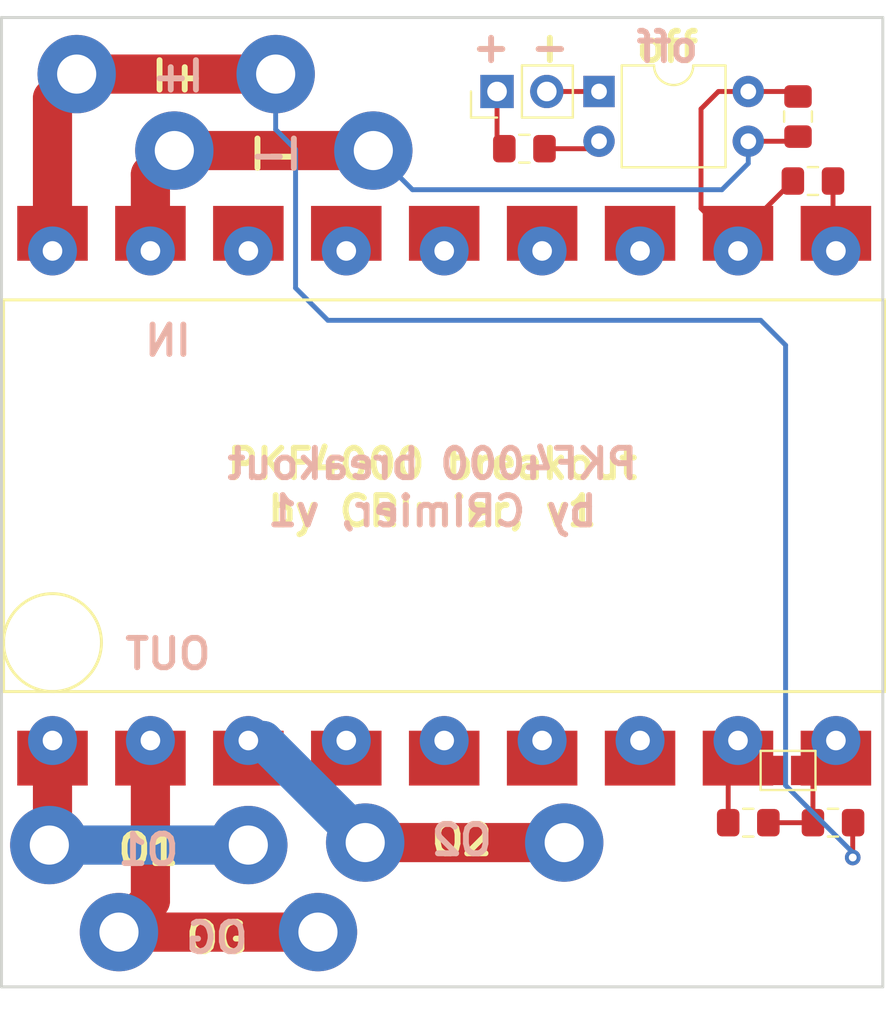
<source format=kicad_pcb>
(kicad_pcb (version 20171130) (host pcbnew 5.0.2-bee76a0~70~ubuntu18.04.1)

  (general
    (thickness 1.6)
    (drawings 22)
    (tracks 59)
    (zones 0)
    (modules 14)
    (nets 22)
  )

  (page A4)
  (layers
    (0 F.Cu signal)
    (31 B.Cu signal)
    (32 B.Adhes user)
    (33 F.Adhes user)
    (34 B.Paste user)
    (35 F.Paste user)
    (36 B.SilkS user)
    (37 F.SilkS user)
    (38 B.Mask user)
    (39 F.Mask user)
    (40 Dwgs.User user)
    (41 Cmts.User user)
    (42 Eco1.User user)
    (43 Eco2.User user)
    (44 Edge.Cuts user)
    (45 Margin user)
    (46 B.CrtYd user)
    (47 F.CrtYd user)
    (48 B.Fab user)
    (49 F.Fab user)
  )

  (setup
    (last_trace_width 2)
    (user_trace_width 1)
    (user_trace_width 1.5)
    (user_trace_width 2)
    (trace_clearance 0.2)
    (zone_clearance 0.508)
    (zone_45_only no)
    (trace_min 0.2)
    (segment_width 0.2)
    (edge_width 0.15)
    (via_size 0.8)
    (via_drill 0.4)
    (via_min_size 0.4)
    (via_min_drill 0.3)
    (uvia_size 0.3)
    (uvia_drill 0.1)
    (uvias_allowed no)
    (uvia_min_size 0.2)
    (uvia_min_drill 0.1)
    (pcb_text_width 0.3)
    (pcb_text_size 1.5 1.5)
    (mod_edge_width 0.15)
    (mod_text_size 1 1)
    (mod_text_width 0.15)
    (pad_size 1.524 1.524)
    (pad_drill 0.762)
    (pad_to_mask_clearance 0.051)
    (solder_mask_min_width 0.25)
    (aux_axis_origin 221.5 61.5)
    (visible_elements FFFFFF7F)
    (pcbplotparams
      (layerselection 0x010fc_ffffffff)
      (usegerberextensions false)
      (usegerberattributes false)
      (usegerberadvancedattributes false)
      (creategerberjobfile false)
      (excludeedgelayer true)
      (linewidth 0.100000)
      (plotframeref false)
      (viasonmask false)
      (mode 1)
      (useauxorigin false)
      (hpglpennumber 1)
      (hpglpenspeed 20)
      (hpglpendiameter 15.000000)
      (psnegative false)
      (psa4output false)
      (plotreference true)
      (plotvalue true)
      (plotinvisibletext false)
      (padsonsilk false)
      (subtractmaskfromsilk false)
      (outputformat 1)
      (mirror false)
      (drillshape 1)
      (scaleselection 1)
      (outputdirectory ""))
  )

  (net 0 "")
  (net 1 "Net-(J1-Pad1)")
  (net 2 "Net-(J2-Pad1)")
  (net 3 "Net-(J3-Pad1)")
  (net 4 VCC)
  (net 5 GND)
  (net 6 "Net-(U1-Pad16)")
  (net 7 "Net-(U1-Pad15)")
  (net 8 "Net-(U1-Pad14)")
  (net 9 "Net-(U1-Pad13)")
  (net 10 "Net-(U1-Pad12)")
  (net 11 "Net-(R3-Pad2)")
  (net 12 "Net-(R4-Pad2)")
  (net 13 "Net-(JP1-Pad1)")
  (net 14 "Net-(JP1-Pad2)")
  (net 15 "Net-(U1-Pad7)")
  (net 16 "Net-(U1-Pad6)")
  (net 17 "Net-(U1-Pad5)")
  (net 18 "Net-(U1-Pad4)")
  (net 19 "Net-(J6-Pad1)")
  (net 20 "Net-(R5-Pad2)")
  (net 21 "Net-(J6-Pad2)")

  (net_class Default "This is the default net class."
    (clearance 0.2)
    (trace_width 0.25)
    (via_dia 0.8)
    (via_drill 0.4)
    (uvia_dia 0.3)
    (uvia_drill 0.1)
    (add_net GND)
    (add_net "Net-(J1-Pad1)")
    (add_net "Net-(J2-Pad1)")
    (add_net "Net-(J3-Pad1)")
    (add_net "Net-(J6-Pad1)")
    (add_net "Net-(J6-Pad2)")
    (add_net "Net-(JP1-Pad1)")
    (add_net "Net-(JP1-Pad2)")
    (add_net "Net-(R3-Pad2)")
    (add_net "Net-(R4-Pad2)")
    (add_net "Net-(R5-Pad2)")
    (add_net "Net-(U1-Pad12)")
    (add_net "Net-(U1-Pad13)")
    (add_net "Net-(U1-Pad14)")
    (add_net "Net-(U1-Pad15)")
    (add_net "Net-(U1-Pad16)")
    (add_net "Net-(U1-Pad4)")
    (add_net "Net-(U1-Pad5)")
    (add_net "Net-(U1-Pad6)")
    (add_net "Net-(U1-Pad7)")
    (add_net VCC)
  )

  (module prj:WireConnection_2.00mmDrill (layer F.Cu) (tedit 5CB5D1B8) (tstamp 5DEA7A02)
    (at 185.32625 68.29325)
    (descr "WireConnection with 2mm drill")
    (path /5DD35652)
    (fp_text reference J5 (at 4.8514 0.2032) (layer F.SilkS) hide
      (effects (font (size 1 1) (thickness 0.15)))
    )
    (fp_text value IN- (at 5.08 3.81) (layer F.Fab)
      (effects (font (size 1 1) (thickness 0.15)))
    )
    (pad 1 thru_hole circle (at 10.16 0) (size 4.0005 4.0005) (drill 1.99898) (layers *.Cu *.Mask)
      (net 5 GND))
    (pad 1 thru_hole circle (at 0 0) (size 4.0005 4.0005) (drill 1.99898) (layers *.Cu *.Mask)
      (net 5 GND))
  )

  (module prj:WireConnection_2.00mmDrill (layer F.Cu) (tedit 5CB5D1B8) (tstamp 5DEA79FC)
    (at 180.34 64.389)
    (descr "WireConnection with 2mm drill")
    (path /5DD3564C)
    (fp_text reference J4 (at 4.8514 0.2032) (layer F.SilkS) hide
      (effects (font (size 1 1) (thickness 0.15)))
    )
    (fp_text value IN+ (at 5.08 3.81) (layer F.Fab)
      (effects (font (size 1 1) (thickness 0.15)))
    )
    (pad 1 thru_hole circle (at 10.16 0) (size 4.0005 4.0005) (drill 1.99898) (layers *.Cu *.Mask)
      (net 4 VCC))
    (pad 1 thru_hole circle (at 0 0) (size 4.0005 4.0005) (drill 1.99898) (layers *.Cu *.Mask)
      (net 4 VCC))
  )

  (module prj:WireConnection_2.00mmDrill (layer F.Cu) (tedit 5CB5D1B8) (tstamp 5DEA79F6)
    (at 182.499 108.204)
    (descr "WireConnection with 2mm drill")
    (path /5DD34980)
    (fp_text reference J3 (at 4.8514 0.2032) (layer F.SilkS) hide
      (effects (font (size 1 1) (thickness 0.15)))
    )
    (fp_text value RTN (at 5.08 3.81) (layer F.Fab)
      (effects (font (size 1 1) (thickness 0.15)))
    )
    (pad 1 thru_hole circle (at 10.16 0) (size 4.0005 4.0005) (drill 1.99898) (layers *.Cu *.Mask)
      (net 3 "Net-(J3-Pad1)"))
    (pad 1 thru_hole circle (at 0 0) (size 4.0005 4.0005) (drill 1.99898) (layers *.Cu *.Mask)
      (net 3 "Net-(J3-Pad1)"))
  )

  (module prj:WireConnection_2.00mmDrill (layer F.Cu) (tedit 5CB5D1B8) (tstamp 5DEA79F0)
    (at 195.072 103.632)
    (descr "WireConnection with 2mm drill")
    (path /5DD34B63)
    (fp_text reference J2 (at 4.8514 0.2032) (layer F.SilkS) hide
      (effects (font (size 1 1) (thickness 0.15)))
    )
    (fp_text value OUT2 (at 5.08 3.81) (layer F.Fab)
      (effects (font (size 1 1) (thickness 0.15)))
    )
    (pad 1 thru_hole circle (at 10.16 0) (size 4.0005 4.0005) (drill 1.99898) (layers *.Cu *.Mask)
      (net 2 "Net-(J2-Pad1)"))
    (pad 1 thru_hole circle (at 0 0) (size 4.0005 4.0005) (drill 1.99898) (layers *.Cu *.Mask)
      (net 2 "Net-(J2-Pad1)"))
  )

  (module prj:WireConnection_2.00mmDrill (layer F.Cu) (tedit 5CB5D1B8) (tstamp 5DEA8715)
    (at 178.943 103.759)
    (descr "WireConnection with 2mm drill")
    (path /5DD34910)
    (fp_text reference J1 (at 4.8514 0.2032) (layer F.SilkS) hide
      (effects (font (size 1 1) (thickness 0.15)))
    )
    (fp_text value OUT1 (at 5.08 3.81) (layer F.Fab)
      (effects (font (size 1 1) (thickness 0.15)))
    )
    (pad 1 thru_hole circle (at 10.16 0) (size 4.0005 4.0005) (drill 1.99898) (layers *.Cu *.Mask)
      (net 1 "Net-(J1-Pad1)"))
    (pad 1 thru_hole circle (at 0 0) (size 4.0005 4.0005) (drill 1.99898) (layers *.Cu *.Mask)
      (net 1 "Net-(J1-Pad1)"))
  )

  (module Connector_PinHeader_2.54mm:PinHeader_1x02_P2.54mm_Vertical (layer F.Cu) (tedit 5DD33268) (tstamp 5DEA7AC0)
    (at 201.803 65.278 90)
    (descr "Through hole straight pin header, 1x02, 2.54mm pitch, single row")
    (tags "Through hole pin header THT 1x02 2.54mm single row")
    (path /5DD33F7C)
    (fp_text reference J6 (at 0 -2.33 90) (layer F.SilkS) hide
      (effects (font (size 1 1) (thickness 0.15)))
    )
    (fp_text value Conn_01x02 (at 0 4.87 90) (layer F.Fab)
      (effects (font (size 1 1) (thickness 0.15)))
    )
    (fp_line (start -0.635 -1.27) (end 1.27 -1.27) (layer F.Fab) (width 0.1))
    (fp_line (start 1.27 -1.27) (end 1.27 3.81) (layer F.Fab) (width 0.1))
    (fp_line (start 1.27 3.81) (end -1.27 3.81) (layer F.Fab) (width 0.1))
    (fp_line (start -1.27 3.81) (end -1.27 -0.635) (layer F.Fab) (width 0.1))
    (fp_line (start -1.27 -0.635) (end -0.635 -1.27) (layer F.Fab) (width 0.1))
    (fp_line (start -1.33 3.87) (end 1.33 3.87) (layer F.SilkS) (width 0.12))
    (fp_line (start -1.33 1.27) (end -1.33 3.87) (layer F.SilkS) (width 0.12))
    (fp_line (start 1.33 1.27) (end 1.33 3.87) (layer F.SilkS) (width 0.12))
    (fp_line (start -1.33 1.27) (end 1.33 1.27) (layer F.SilkS) (width 0.12))
    (fp_line (start -1.33 0) (end -1.33 -1.33) (layer F.SilkS) (width 0.12))
    (fp_line (start -1.33 -1.33) (end 0 -1.33) (layer F.SilkS) (width 0.12))
    (fp_line (start -1.8 -1.8) (end -1.8 4.35) (layer F.CrtYd) (width 0.05))
    (fp_line (start -1.8 4.35) (end 1.8 4.35) (layer F.CrtYd) (width 0.05))
    (fp_line (start 1.8 4.35) (end 1.8 -1.8) (layer F.CrtYd) (width 0.05))
    (fp_line (start 1.8 -1.8) (end -1.8 -1.8) (layer F.CrtYd) (width 0.05))
    (fp_text user %R (at 0 1.27 180) (layer F.Fab)
      (effects (font (size 1 1) (thickness 0.15)))
    )
    (pad 1 thru_hole rect (at 0 0 90) (size 1.7 1.7) (drill 1) (layers *.Cu *.Mask)
      (net 19 "Net-(J6-Pad1)"))
    (pad 2 thru_hole oval (at 0 2.54 90) (size 1.7 1.7) (drill 1) (layers *.Cu *.Mask)
      (net 21 "Net-(J6-Pad2)"))
    (model ${KISYS3DMOD}/Connector_PinHeader_2.54mm.3dshapes/PinHeader_1x02_P2.54mm_Vertical.wrl
      (at (xyz 0 0 0))
      (scale (xyz 1 1 1))
      (rotate (xyz 0 0 0))
    )
  )

  (module Jumper:SolderJumper-2_P1.3mm_Open_Pad1.0x1.5mm (layer F.Cu) (tedit 5DD331EE) (tstamp 5DEA7AAA)
    (at 216.662 99.949 180)
    (descr "SMD Solder Jumper, 1x1.5mm Pads, 0.3mm gap, open")
    (tags "solder jumper open")
    (path /5DD333CF)
    (attr virtual)
    (fp_text reference JP1 (at 0 -1.8 180) (layer F.SilkS) hide
      (effects (font (size 1 1) (thickness 0.15)))
    )
    (fp_text value Vadj_NOR (at 0 1.9 180) (layer F.Fab)
      (effects (font (size 1 1) (thickness 0.15)))
    )
    (fp_line (start -1.4 1) (end -1.4 -1) (layer F.SilkS) (width 0.12))
    (fp_line (start 1.4 1) (end -1.4 1) (layer F.SilkS) (width 0.12))
    (fp_line (start 1.4 -1) (end 1.4 1) (layer F.SilkS) (width 0.12))
    (fp_line (start -1.4 -1) (end 1.4 -1) (layer F.SilkS) (width 0.12))
    (fp_line (start -1.65 -1.25) (end 1.65 -1.25) (layer F.CrtYd) (width 0.05))
    (fp_line (start -1.65 -1.25) (end -1.65 1.25) (layer F.CrtYd) (width 0.05))
    (fp_line (start 1.65 1.25) (end 1.65 -1.25) (layer F.CrtYd) (width 0.05))
    (fp_line (start 1.65 1.25) (end -1.65 1.25) (layer F.CrtYd) (width 0.05))
    (pad 2 smd rect (at 0.65 0 180) (size 1 1.5) (layers F.Cu F.Mask)
      (net 14 "Net-(JP1-Pad2)"))
    (pad 1 smd rect (at -0.65 0 180) (size 1 1.5) (layers F.Cu F.Mask)
      (net 13 "Net-(JP1-Pad1)"))
  )

  (module Package_DIP:DIP-4_W7.62mm (layer F.Cu) (tedit 5DD3326B) (tstamp 5DEA7EE8)
    (at 207.01 65.278)
    (descr "4-lead though-hole mounted DIP package, row spacing 7.62 mm (300 mils)")
    (tags "THT DIP DIL PDIP 2.54mm 7.62mm 300mil")
    (path /5DD3300E)
    (fp_text reference U2 (at 3.81 -2.33) (layer F.SilkS) hide
      (effects (font (size 1 1) (thickness 0.15)))
    )
    (fp_text value PC817 (at 3.81 4.87) (layer F.Fab)
      (effects (font (size 1 1) (thickness 0.15)))
    )
    (fp_arc (start 3.81 -1.33) (end 2.81 -1.33) (angle -180) (layer F.SilkS) (width 0.12))
    (fp_line (start 1.635 -1.27) (end 6.985 -1.27) (layer F.Fab) (width 0.1))
    (fp_line (start 6.985 -1.27) (end 6.985 3.81) (layer F.Fab) (width 0.1))
    (fp_line (start 6.985 3.81) (end 0.635 3.81) (layer F.Fab) (width 0.1))
    (fp_line (start 0.635 3.81) (end 0.635 -0.27) (layer F.Fab) (width 0.1))
    (fp_line (start 0.635 -0.27) (end 1.635 -1.27) (layer F.Fab) (width 0.1))
    (fp_line (start 2.81 -1.33) (end 1.16 -1.33) (layer F.SilkS) (width 0.12))
    (fp_line (start 1.16 -1.33) (end 1.16 3.87) (layer F.SilkS) (width 0.12))
    (fp_line (start 1.16 3.87) (end 6.46 3.87) (layer F.SilkS) (width 0.12))
    (fp_line (start 6.46 3.87) (end 6.46 -1.33) (layer F.SilkS) (width 0.12))
    (fp_line (start 6.46 -1.33) (end 4.81 -1.33) (layer F.SilkS) (width 0.12))
    (fp_line (start -1.1 -1.55) (end -1.1 4.1) (layer F.CrtYd) (width 0.05))
    (fp_line (start -1.1 4.1) (end 8.7 4.1) (layer F.CrtYd) (width 0.05))
    (fp_line (start 8.7 4.1) (end 8.7 -1.55) (layer F.CrtYd) (width 0.05))
    (fp_line (start 8.7 -1.55) (end -1.1 -1.55) (layer F.CrtYd) (width 0.05))
    (fp_text user %R (at 3.81 1.27) (layer F.Fab)
      (effects (font (size 1 1) (thickness 0.15)))
    )
    (pad 1 thru_hole rect (at 0 0) (size 1.6 1.6) (drill 0.8) (layers *.Cu *.Mask)
      (net 21 "Net-(J6-Pad2)"))
    (pad 3 thru_hole oval (at 7.62 2.54) (size 1.6 1.6) (drill 0.8) (layers *.Cu *.Mask)
      (net 5 GND))
    (pad 2 thru_hole oval (at 0 2.54) (size 1.6 1.6) (drill 0.8) (layers *.Cu *.Mask)
      (net 20 "Net-(R5-Pad2)"))
    (pad 4 thru_hole oval (at 7.62 0) (size 1.6 1.6) (drill 0.8) (layers *.Cu *.Mask)
      (net 11 "Net-(R3-Pad2)"))
    (model ${KISYS3DMOD}/Package_DIP.3dshapes/DIP-4_W7.62mm.wrl
      (at (xyz 0 0 0))
      (scale (xyz 1 1 1))
      (rotate (xyz 0 0 0))
    )
  )

  (module Resistor_SMD:R_0805_2012Metric_Pad1.15x1.40mm_HandSolder (layer F.Cu) (tedit 5DD3326D) (tstamp 5DEA7F26)
    (at 203.2 68.199)
    (descr "Resistor SMD 0805 (2012 Metric), square (rectangular) end terminal, IPC_7351 nominal with elongated pad for handsoldering. (Body size source: https://docs.google.com/spreadsheets/d/1BsfQQcO9C6DZCsRaXUlFlo91Tg2WpOkGARC1WS5S8t0/edit?usp=sharing), generated with kicad-footprint-generator")
    (tags "resistor handsolder")
    (path /5DD33E7A)
    (attr smd)
    (fp_text reference R5 (at 0 -1.65) (layer F.SilkS) hide
      (effects (font (size 1 1) (thickness 0.15)))
    )
    (fp_text value X (at 0 1.65) (layer F.Fab)
      (effects (font (size 1 1) (thickness 0.15)))
    )
    (fp_line (start -1 0.6) (end -1 -0.6) (layer F.Fab) (width 0.1))
    (fp_line (start -1 -0.6) (end 1 -0.6) (layer F.Fab) (width 0.1))
    (fp_line (start 1 -0.6) (end 1 0.6) (layer F.Fab) (width 0.1))
    (fp_line (start 1 0.6) (end -1 0.6) (layer F.Fab) (width 0.1))
    (fp_line (start -0.261252 -0.71) (end 0.261252 -0.71) (layer F.SilkS) (width 0.12))
    (fp_line (start -0.261252 0.71) (end 0.261252 0.71) (layer F.SilkS) (width 0.12))
    (fp_line (start -1.85 0.95) (end -1.85 -0.95) (layer F.CrtYd) (width 0.05))
    (fp_line (start -1.85 -0.95) (end 1.85 -0.95) (layer F.CrtYd) (width 0.05))
    (fp_line (start 1.85 -0.95) (end 1.85 0.95) (layer F.CrtYd) (width 0.05))
    (fp_line (start 1.85 0.95) (end -1.85 0.95) (layer F.CrtYd) (width 0.05))
    (fp_text user %R (at 0 0) (layer F.Fab)
      (effects (font (size 0.5 0.5) (thickness 0.08)))
    )
    (pad 1 smd roundrect (at -1.025 0) (size 1.15 1.4) (layers F.Cu F.Paste F.Mask) (roundrect_rratio 0.217391)
      (net 19 "Net-(J6-Pad1)"))
    (pad 2 smd roundrect (at 1.025 0) (size 1.15 1.4) (layers F.Cu F.Paste F.Mask) (roundrect_rratio 0.217391)
      (net 20 "Net-(R5-Pad2)"))
    (model ${KISYS3DMOD}/Resistor_SMD.3dshapes/R_0805_2012Metric.wrl
      (at (xyz 0 0 0))
      (scale (xyz 1 1 1))
      (rotate (xyz 0 0 0))
    )
  )

  (module Resistor_SMD:R_0805_2012Metric_Pad1.15x1.40mm_HandSolder (layer F.Cu) (tedit 5DD33285) (tstamp 5DEA7A73)
    (at 217.932 69.85)
    (descr "Resistor SMD 0805 (2012 Metric), square (rectangular) end terminal, IPC_7351 nominal with elongated pad for handsoldering. (Body size source: https://docs.google.com/spreadsheets/d/1BsfQQcO9C6DZCsRaXUlFlo91Tg2WpOkGARC1WS5S8t0/edit?usp=sharing), generated with kicad-footprint-generator")
    (tags "resistor handsolder")
    (path /5DD33205)
    (attr smd)
    (fp_text reference R4 (at 0 -1.65) (layer F.SilkS) hide
      (effects (font (size 1 1) (thickness 0.15)))
    )
    (fp_text value X (at 0 1.65) (layer F.Fab)
      (effects (font (size 1 1) (thickness 0.15)))
    )
    (fp_text user %R (at 0 0) (layer F.Fab)
      (effects (font (size 0.5 0.5) (thickness 0.08)))
    )
    (fp_line (start 1.85 0.95) (end -1.85 0.95) (layer F.CrtYd) (width 0.05))
    (fp_line (start 1.85 -0.95) (end 1.85 0.95) (layer F.CrtYd) (width 0.05))
    (fp_line (start -1.85 -0.95) (end 1.85 -0.95) (layer F.CrtYd) (width 0.05))
    (fp_line (start -1.85 0.95) (end -1.85 -0.95) (layer F.CrtYd) (width 0.05))
    (fp_line (start -0.261252 0.71) (end 0.261252 0.71) (layer F.SilkS) (width 0.12))
    (fp_line (start -0.261252 -0.71) (end 0.261252 -0.71) (layer F.SilkS) (width 0.12))
    (fp_line (start 1 0.6) (end -1 0.6) (layer F.Fab) (width 0.1))
    (fp_line (start 1 -0.6) (end 1 0.6) (layer F.Fab) (width 0.1))
    (fp_line (start -1 -0.6) (end 1 -0.6) (layer F.Fab) (width 0.1))
    (fp_line (start -1 0.6) (end -1 -0.6) (layer F.Fab) (width 0.1))
    (pad 2 smd roundrect (at 1.025 0) (size 1.15 1.4) (layers F.Cu F.Paste F.Mask) (roundrect_rratio 0.217391)
      (net 12 "Net-(R4-Pad2)"))
    (pad 1 smd roundrect (at -1.025 0) (size 1.15 1.4) (layers F.Cu F.Paste F.Mask) (roundrect_rratio 0.217391)
      (net 11 "Net-(R3-Pad2)"))
    (model ${KISYS3DMOD}/Resistor_SMD.3dshapes/R_0805_2012Metric.wrl
      (at (xyz 0 0 0))
      (scale (xyz 1 1 1))
      (rotate (xyz 0 0 0))
    )
  )

  (module Resistor_SMD:R_0805_2012Metric_Pad1.15x1.40mm_HandSolder (layer F.Cu) (tedit 5DD3327E) (tstamp 5DEA7A62)
    (at 217.17 66.557 90)
    (descr "Resistor SMD 0805 (2012 Metric), square (rectangular) end terminal, IPC_7351 nominal with elongated pad for handsoldering. (Body size source: https://docs.google.com/spreadsheets/d/1BsfQQcO9C6DZCsRaXUlFlo91Tg2WpOkGARC1WS5S8t0/edit?usp=sharing), generated with kicad-footprint-generator")
    (tags "resistor handsolder")
    (path /5DD33154)
    (attr smd)
    (fp_text reference R3 (at 0 -1.65 90) (layer F.SilkS) hide
      (effects (font (size 1 1) (thickness 0.15)))
    )
    (fp_text value X (at 0 1.65 90) (layer F.Fab)
      (effects (font (size 1 1) (thickness 0.15)))
    )
    (fp_line (start -1 0.6) (end -1 -0.6) (layer F.Fab) (width 0.1))
    (fp_line (start -1 -0.6) (end 1 -0.6) (layer F.Fab) (width 0.1))
    (fp_line (start 1 -0.6) (end 1 0.6) (layer F.Fab) (width 0.1))
    (fp_line (start 1 0.6) (end -1 0.6) (layer F.Fab) (width 0.1))
    (fp_line (start -0.261252 -0.71) (end 0.261252 -0.71) (layer F.SilkS) (width 0.12))
    (fp_line (start -0.261252 0.71) (end 0.261252 0.71) (layer F.SilkS) (width 0.12))
    (fp_line (start -1.85 0.95) (end -1.85 -0.95) (layer F.CrtYd) (width 0.05))
    (fp_line (start -1.85 -0.95) (end 1.85 -0.95) (layer F.CrtYd) (width 0.05))
    (fp_line (start 1.85 -0.95) (end 1.85 0.95) (layer F.CrtYd) (width 0.05))
    (fp_line (start 1.85 0.95) (end -1.85 0.95) (layer F.CrtYd) (width 0.05))
    (fp_text user %R (at 0 0 90) (layer F.Fab)
      (effects (font (size 0.5 0.5) (thickness 0.08)))
    )
    (pad 1 smd roundrect (at -1.025 0 90) (size 1.15 1.4) (layers F.Cu F.Paste F.Mask) (roundrect_rratio 0.217391)
      (net 5 GND))
    (pad 2 smd roundrect (at 1.025 0 90) (size 1.15 1.4) (layers F.Cu F.Paste F.Mask) (roundrect_rratio 0.217391)
      (net 11 "Net-(R3-Pad2)"))
    (model ${KISYS3DMOD}/Resistor_SMD.3dshapes/R_0805_2012Metric.wrl
      (at (xyz 0 0 0))
      (scale (xyz 1 1 1))
      (rotate (xyz 0 0 0))
    )
  )

  (module Resistor_SMD:R_0805_2012Metric_Pad1.15x1.40mm_HandSolder (layer F.Cu) (tedit 5DD33297) (tstamp 5DEA7A51)
    (at 218.957 102.616 180)
    (descr "Resistor SMD 0805 (2012 Metric), square (rectangular) end terminal, IPC_7351 nominal with elongated pad for handsoldering. (Body size source: https://docs.google.com/spreadsheets/d/1BsfQQcO9C6DZCsRaXUlFlo91Tg2WpOkGARC1WS5S8t0/edit?usp=sharing), generated with kicad-footprint-generator")
    (tags "resistor handsolder")
    (path /5DD33A87)
    (attr smd)
    (fp_text reference R2 (at 0 -1.65 180) (layer F.SilkS) hide
      (effects (font (size 1 1) (thickness 0.15)))
    )
    (fp_text value X (at 0 1.65 180) (layer F.Fab)
      (effects (font (size 1 1) (thickness 0.15)))
    )
    (fp_text user %R (at 0 0 180) (layer F.Fab)
      (effects (font (size 0.5 0.5) (thickness 0.08)))
    )
    (fp_line (start 1.85 0.95) (end -1.85 0.95) (layer F.CrtYd) (width 0.05))
    (fp_line (start 1.85 -0.95) (end 1.85 0.95) (layer F.CrtYd) (width 0.05))
    (fp_line (start -1.85 -0.95) (end 1.85 -0.95) (layer F.CrtYd) (width 0.05))
    (fp_line (start -1.85 0.95) (end -1.85 -0.95) (layer F.CrtYd) (width 0.05))
    (fp_line (start -0.261252 0.71) (end 0.261252 0.71) (layer F.SilkS) (width 0.12))
    (fp_line (start -0.261252 -0.71) (end 0.261252 -0.71) (layer F.SilkS) (width 0.12))
    (fp_line (start 1 0.6) (end -1 0.6) (layer F.Fab) (width 0.1))
    (fp_line (start 1 -0.6) (end 1 0.6) (layer F.Fab) (width 0.1))
    (fp_line (start -1 -0.6) (end 1 -0.6) (layer F.Fab) (width 0.1))
    (fp_line (start -1 0.6) (end -1 -0.6) (layer F.Fab) (width 0.1))
    (pad 2 smd roundrect (at 1.025 0 180) (size 1.15 1.4) (layers F.Cu F.Paste F.Mask) (roundrect_rratio 0.217391)
      (net 13 "Net-(JP1-Pad1)"))
    (pad 1 smd roundrect (at -1.025 0 180) (size 1.15 1.4) (layers F.Cu F.Paste F.Mask) (roundrect_rratio 0.217391)
      (net 4 VCC))
    (model ${KISYS3DMOD}/Resistor_SMD.3dshapes/R_0805_2012Metric.wrl
      (at (xyz 0 0 0))
      (scale (xyz 1 1 1))
      (rotate (xyz 0 0 0))
    )
  )

  (module Resistor_SMD:R_0805_2012Metric_Pad1.15x1.40mm_HandSolder (layer F.Cu) (tedit 5DD333E4) (tstamp 5DEA7A40)
    (at 214.63 102.616)
    (descr "Resistor SMD 0805 (2012 Metric), square (rectangular) end terminal, IPC_7351 nominal with elongated pad for handsoldering. (Body size source: https://docs.google.com/spreadsheets/d/1BsfQQcO9C6DZCsRaXUlFlo91Tg2WpOkGARC1WS5S8t0/edit?usp=sharing), generated with kicad-footprint-generator")
    (tags "resistor handsolder")
    (path /5DD33680)
    (attr smd)
    (fp_text reference R1 (at 0 -1.65) (layer F.SilkS) hide
      (effects (font (size 1 1) (thickness 0.15)))
    )
    (fp_text value X (at 0 1.65) (layer F.Fab)
      (effects (font (size 1 1) (thickness 0.15)))
    )
    (fp_line (start -1 0.6) (end -1 -0.6) (layer F.Fab) (width 0.1))
    (fp_line (start -1 -0.6) (end 1 -0.6) (layer F.Fab) (width 0.1))
    (fp_line (start 1 -0.6) (end 1 0.6) (layer F.Fab) (width 0.1))
    (fp_line (start 1 0.6) (end -1 0.6) (layer F.Fab) (width 0.1))
    (fp_line (start -0.261252 -0.71) (end 0.261252 -0.71) (layer F.SilkS) (width 0.12))
    (fp_line (start -0.261252 0.71) (end 0.261252 0.71) (layer F.SilkS) (width 0.12))
    (fp_line (start -1.85 0.95) (end -1.85 -0.95) (layer F.CrtYd) (width 0.05))
    (fp_line (start -1.85 -0.95) (end 1.85 -0.95) (layer F.CrtYd) (width 0.05))
    (fp_line (start 1.85 -0.95) (end 1.85 0.95) (layer F.CrtYd) (width 0.05))
    (fp_line (start 1.85 0.95) (end -1.85 0.95) (layer F.CrtYd) (width 0.05))
    (fp_text user %R (at 0 0) (layer F.Fab)
      (effects (font (size 0.5 0.5) (thickness 0.08)))
    )
    (pad 1 smd roundrect (at -1.025 0) (size 1.15 1.4) (layers F.Cu F.Paste F.Mask) (roundrect_rratio 0.217391)
      (net 14 "Net-(JP1-Pad2)"))
    (pad 2 smd roundrect (at 1.025 0) (size 1.15 1.4) (layers F.Cu F.Paste F.Mask) (roundrect_rratio 0.217391)
      (net 13 "Net-(JP1-Pad1)"))
    (model ${KISYS3DMOD}/Resistor_SMD.3dshapes/R_0805_2012Metric.wrl
      (at (xyz 0 0 0))
      (scale (xyz 1 1 1))
      (rotate (xyz 0 0 0))
    )
  )

  (module prj:PKF4000_THT_SMD (layer F.Cu) (tedit 5DD333EE) (tstamp 5DEA7A2F)
    (at 199.105001 85.92)
    (path /5DD32E86)
    (fp_text reference U1 (at -20 17.5) (layer F.SilkS) hide
      (effects (font (size 1 1) (thickness 0.15)))
    )
    (fp_text value PKF4000 (at -15 -17.5) (layer F.Fab)
      (effects (font (size 1 1) (thickness 0.15)))
    )
    (fp_line (start -22.5 -10) (end 22.5 -10) (layer F.SilkS) (width 0.15))
    (fp_line (start 22.5 -10) (end 22.5 10) (layer F.SilkS) (width 0.15))
    (fp_line (start 22.5 10) (end -22.5 10) (layer F.SilkS) (width 0.15))
    (fp_line (start -22.5 10) (end -22.5 -10) (layer F.SilkS) (width 0.15))
    (fp_circle (center -20 7.5) (end -20 10) (layer F.SilkS) (width 0.15))
    (pad 18 smd rect (at -20 -13.4) (size 3.6 2.8) (layers F.Cu F.Paste F.Mask)
      (net 4 VCC))
    (pad 17 smd rect (at -15 -13.4) (size 3.6 2.8) (layers F.Cu F.Paste F.Mask)
      (net 5 GND))
    (pad 16 smd rect (at -10 -13.4) (size 3.6 2.8) (layers F.Cu F.Paste F.Mask)
      (net 6 "Net-(U1-Pad16)"))
    (pad 15 smd rect (at -5 -13.4) (size 3.6 2.8) (layers F.Cu F.Paste F.Mask)
      (net 7 "Net-(U1-Pad15)"))
    (pad 14 smd rect (at 0 -13.4) (size 3.6 2.8) (layers F.Cu F.Paste F.Mask)
      (net 8 "Net-(U1-Pad14)"))
    (pad 13 smd rect (at 5 -13.4) (size 3.6 2.8) (layers F.Cu F.Paste F.Mask)
      (net 9 "Net-(U1-Pad13)"))
    (pad 12 smd rect (at 10 -13.4) (size 3.6 2.8) (layers F.Cu F.Paste F.Mask)
      (net 10 "Net-(U1-Pad12)"))
    (pad 11 smd rect (at 15 -13.4) (size 3.6 2.8) (layers F.Cu F.Paste F.Mask)
      (net 11 "Net-(R3-Pad2)"))
    (pad 10 smd rect (at 20 -13.4) (size 3.6 2.8) (layers F.Cu F.Paste F.Mask)
      (net 12 "Net-(R4-Pad2)"))
    (pad 9 smd rect (at 20 13.4) (size 3.6 2.8) (layers F.Cu F.Paste F.Mask)
      (net 13 "Net-(JP1-Pad1)"))
    (pad 8 smd rect (at 15 13.4) (size 3.6 2.8) (layers F.Cu F.Paste F.Mask)
      (net 14 "Net-(JP1-Pad2)"))
    (pad 7 smd rect (at 10 13.4) (size 3.6 2.8) (layers F.Cu F.Paste F.Mask)
      (net 15 "Net-(U1-Pad7)"))
    (pad 6 smd rect (at 5 13.4) (size 3.6 2.8) (layers F.Cu F.Paste F.Mask)
      (net 16 "Net-(U1-Pad6)"))
    (pad 5 smd rect (at 0 13.4) (size 3.6 2.8) (layers F.Cu F.Paste F.Mask)
      (net 17 "Net-(U1-Pad5)"))
    (pad 4 smd rect (at -5 13.4) (size 3.6 2.8) (layers F.Cu F.Paste F.Mask)
      (net 18 "Net-(U1-Pad4)"))
    (pad 3 smd rect (at -10 13.4) (size 3.6 2.8) (layers F.Cu F.Paste F.Mask)
      (net 2 "Net-(J2-Pad1)"))
    (pad 2 smd rect (at -15 13.4) (size 3.6 2.8) (layers F.Cu F.Paste F.Mask)
      (net 3 "Net-(J3-Pad1)"))
    (pad 1 smd rect (at -20 13.4) (size 3.6 2.8) (layers F.Cu F.Paste F.Mask)
      (net 1 "Net-(J1-Pad1)"))
    (pad 1 thru_hole circle (at -20 12.5) (size 2.5 2.5) (drill 1) (layers *.Cu *.Mask)
      (net 1 "Net-(J1-Pad1)"))
    (pad 2 thru_hole circle (at -15 12.5) (size 2.5 2.5) (drill 1) (layers *.Cu *.Mask)
      (net 3 "Net-(J3-Pad1)"))
    (pad 3 thru_hole circle (at -10 12.5) (size 2.5 2.5) (drill 1) (layers *.Cu *.Mask)
      (net 2 "Net-(J2-Pad1)"))
    (pad 4 thru_hole circle (at -5 12.5) (size 2.5 2.5) (drill 1) (layers *.Cu *.Mask)
      (net 18 "Net-(U1-Pad4)"))
    (pad 5 thru_hole circle (at 0 12.5) (size 2.5 2.5) (drill 1) (layers *.Cu *.Mask)
      (net 17 "Net-(U1-Pad5)"))
    (pad 6 thru_hole circle (at 5 12.5) (size 2.5 2.5) (drill 1) (layers *.Cu *.Mask)
      (net 16 "Net-(U1-Pad6)"))
    (pad 7 thru_hole circle (at 10 12.5) (size 2.5 2.5) (drill 1) (layers *.Cu *.Mask)
      (net 15 "Net-(U1-Pad7)"))
    (pad 8 thru_hole circle (at 15 12.5) (size 2.5 2.5) (drill 1) (layers *.Cu *.Mask)
      (net 14 "Net-(JP1-Pad2)"))
    (pad 9 thru_hole circle (at 20 12.5) (size 2.5 2.5) (drill 1) (layers *.Cu *.Mask)
      (net 13 "Net-(JP1-Pad1)"))
    (pad 10 thru_hole circle (at 20 -12.5) (size 2.5 2.5) (drill 1) (layers *.Cu *.Mask)
      (net 12 "Net-(R4-Pad2)"))
    (pad 11 thru_hole circle (at 15 -12.5) (size 2.5 2.5) (drill 1) (layers *.Cu *.Mask)
      (net 11 "Net-(R3-Pad2)"))
    (pad 12 thru_hole circle (at 10 -12.5) (size 2.5 2.5) (drill 1) (layers *.Cu *.Mask)
      (net 10 "Net-(U1-Pad12)"))
    (pad 13 thru_hole circle (at 5 -12.5) (size 2.5 2.5) (drill 1) (layers *.Cu *.Mask)
      (net 9 "Net-(U1-Pad13)"))
    (pad 14 thru_hole circle (at 0 -12.5) (size 2.5 2.5) (drill 1) (layers *.Cu *.Mask)
      (net 8 "Net-(U1-Pad14)"))
    (pad 15 thru_hole circle (at -5 -12.5) (size 2.5 2.5) (drill 1) (layers *.Cu *.Mask)
      (net 7 "Net-(U1-Pad15)"))
    (pad 16 thru_hole circle (at -10 -12.5) (size 2.5 2.5) (drill 1) (layers *.Cu *.Mask)
      (net 6 "Net-(U1-Pad16)"))
    (pad 17 thru_hole circle (at -15 -12.5) (size 2.5 2.5) (drill 1) (layers *.Cu *.Mask)
      (net 5 GND))
    (pad 18 thru_hole circle (at -20 -12.5) (size 2.5 2.5) (drill 1) (layers *.Cu *.Mask)
      (net 4 VCC))
  )

  (gr_text OUT (at 185 94) (layer B.SilkS) (tstamp 5DEA88E2)
    (effects (font (size 1.5 1.5) (thickness 0.3)) (justify mirror))
  )
  (gr_text IN (at 185 78) (layer B.SilkS)
    (effects (font (size 1.5 1.5) (thickness 0.3)) (justify mirror))
  )
  (gr_text off (at 210.5 63) (layer B.SilkS) (tstamp 5DEA8AEE)
    (effects (font (size 1.5 1.5) (thickness 0.3)) (justify mirror))
  )
  (gr_text off (at 210.5 63) (layer F.SilkS) (tstamp 5DEA8AEB)
    (effects (font (size 1.5 1.5) (thickness 0.3)))
  )
  (gr_text "- +" (at 203 63) (layer B.SilkS) (tstamp 5DEA8AF1)
    (effects (font (size 1.5 1.5) (thickness 0.3)) (justify mirror))
  )
  (gr_text "- +" (at 203 63) (layer F.SilkS) (tstamp 5DEA8AE8)
    (effects (font (size 1.5 1.5) (thickness 0.3)))
  )
  (gr_text I- (at 190.5 68.5) (layer B.SilkS) (tstamp 5DEA8878)
    (effects (font (size 1.5 1.5) (thickness 0.3)) (justify mirror))
  )
  (gr_text I- (at 190.5 68.5) (layer F.SilkS)
    (effects (font (size 1.5 1.5) (thickness 0.3)))
  )
  (gr_text I+ (at 185.5 64.5) (layer B.SilkS) (tstamp 5DEA8873)
    (effects (font (size 1.5 1.5) (thickness 0.3)) (justify mirror))
  )
  (gr_text I+ (at 185.5 64.5) (layer F.SilkS)
    (effects (font (size 1.5 1.5) (thickness 0.3)))
  )
  (gr_text OG (at 187.5 108.5) (layer B.SilkS) (tstamp 5DEA8869)
    (effects (font (size 1.5 1.5) (thickness 0.3)) (justify mirror))
  )
  (gr_text O1 (at 184 104) (layer B.SilkS) (tstamp 5DEA8860)
    (effects (font (size 1.5 1.5) (thickness 0.3)) (justify mirror))
  )
  (gr_text O2 (at 200 103.5) (layer B.SilkS) (tstamp 5DEA8A15)
    (effects (font (size 1.5 1.5) (thickness 0.3)) (justify mirror))
  )
  (gr_text O2 (at 200 103.5) (layer F.SilkS) (tstamp 5DEA8A12)
    (effects (font (size 1.5 1.5) (thickness 0.3)))
  )
  (gr_text OG (at 187.5 108.5) (layer F.SilkS)
    (effects (font (size 1.5 1.5) (thickness 0.3)))
  )
  (gr_text O1 (at 184 104) (layer F.SilkS)
    (effects (font (size 1.5 1.5) (thickness 0.3)))
  )
  (gr_text "PKF4000 breakout\nby CRImier, v1" (at 198.5 85.5) (layer B.SilkS) (tstamp 5DEA8823)
    (effects (font (size 1.5 1.5) (thickness 0.3)) (justify mirror))
  )
  (gr_text "PKF4000 breakout\nby CRImier, v1" (at 198.5 85.5) (layer F.SilkS)
    (effects (font (size 1.5 1.5) (thickness 0.3)))
  )
  (gr_line (start 176.5 111) (end 176.5 61.5) (layer Edge.Cuts) (width 0.15))
  (gr_line (start 221.5 111) (end 176.5 111) (layer Edge.Cuts) (width 0.15))
  (gr_line (start 221.5 61.5) (end 221.5 111) (layer Edge.Cuts) (width 0.15))
  (gr_line (start 176.5 61.5) (end 221.5 61.5) (layer Edge.Cuts) (width 0.15) (tstamp 5DEA8AE5))

  (segment (start 178.943 103.759) (end 189.103 103.759) (width 2) (layer B.Cu) (net 1))
  (segment (start 179.105001 103.596999) (end 178.943 103.759) (width 2) (layer F.Cu) (net 1))
  (segment (start 179.105001 99.32) (end 179.105001 103.596999) (width 2) (layer F.Cu) (net 1))
  (segment (start 195.072 103.632) (end 205.232 103.632) (width 2) (layer F.Cu) (net 2) (tstamp 5DEA8A18))
  (segment (start 189.86 98.42) (end 195.072 103.632) (width 2) (layer B.Cu) (net 2))
  (segment (start 189.105001 98.42) (end 189.86 98.42) (width 2) (layer B.Cu) (net 2))
  (segment (start 184.105001 106.597999) (end 182.499 108.204) (width 2) (layer F.Cu) (net 3))
  (segment (start 184.105001 99.32) (end 184.105001 106.597999) (width 2) (layer F.Cu) (net 3))
  (segment (start 192.659 108.204) (end 182.499 108.204) (width 2) (layer F.Cu) (net 3))
  (segment (start 190.5 67.21778) (end 191.516 68.23378) (width 0.25) (layer B.Cu) (net 4))
  (segment (start 190.5 64.389) (end 190.5 67.21778) (width 0.25) (layer B.Cu) (net 4))
  (segment (start 191.516 68.23378) (end 191.516 75.311) (width 0.25) (layer B.Cu) (net 4))
  (segment (start 191.516 75.311) (end 193.167 76.962) (width 0.25) (layer B.Cu) (net 4))
  (segment (start 193.167 76.962) (end 215.265 76.962) (width 0.25) (layer B.Cu) (net 4))
  (segment (start 215.265 76.962) (end 216.535 78.232) (width 0.25) (layer B.Cu) (net 4))
  (segment (start 216.535 78.232) (end 216.535 100.711) (width 0.25) (layer B.Cu) (net 4))
  (via (at 219.964 104.394) (size 0.8) (drill 0.4) (layers F.Cu B.Cu) (net 4))
  (segment (start 216.535 100.711) (end 219.964 104.14) (width 0.25) (layer B.Cu) (net 4))
  (segment (start 219.964 104.14) (end 219.964 104.394) (width 0.25) (layer B.Cu) (net 4))
  (segment (start 219.964 102.634) (end 219.982 102.616) (width 0.25) (layer F.Cu) (net 4))
  (segment (start 219.964 104.394) (end 219.964 102.634) (width 0.25) (layer F.Cu) (net 4))
  (segment (start 190.5 64.389) (end 180.34 64.389) (width 2) (layer F.Cu) (net 4))
  (segment (start 179.105001 65.623999) (end 180.34 64.389) (width 2) (layer F.Cu) (net 4))
  (segment (start 179.105001 72.52) (end 179.105001 65.623999) (width 2) (layer F.Cu) (net 4))
  (segment (start 216.934 67.818) (end 217.17 67.582) (width 0.25) (layer F.Cu) (net 5))
  (segment (start 214.63 67.818) (end 216.934 67.818) (width 0.25) (layer F.Cu) (net 5))
  (segment (start 197.486499 70.293499) (end 195.48625 68.29325) (width 0.25) (layer B.Cu) (net 5))
  (segment (start 214.63 68.94937) (end 213.285871 70.293499) (width 0.25) (layer B.Cu) (net 5))
  (segment (start 213.285871 70.293499) (end 197.486499 70.293499) (width 0.25) (layer B.Cu) (net 5))
  (segment (start 214.63 67.818) (end 214.63 68.94937) (width 0.25) (layer B.Cu) (net 5))
  (segment (start 185.32625 68.29325) (end 195.48625 68.29325) (width 2) (layer F.Cu) (net 5))
  (segment (start 184.105001 69.514499) (end 185.32625 68.29325) (width 2) (layer F.Cu) (net 5))
  (segment (start 184.105001 73.42) (end 184.105001 69.514499) (width 2) (layer F.Cu) (net 5))
  (segment (start 216.916 65.278) (end 217.17 65.532) (width 0.25) (layer F.Cu) (net 11))
  (segment (start 214.63 65.278) (end 216.916 65.278) (width 0.25) (layer F.Cu) (net 11))
  (segment (start 214.105001 72.52) (end 213.49 72.52) (width 0.25) (layer F.Cu) (net 11))
  (segment (start 213.49 72.52) (end 212.217 71.247) (width 0.25) (layer F.Cu) (net 11))
  (segment (start 212.217 71.247) (end 212.217 66.167) (width 0.25) (layer F.Cu) (net 11))
  (segment (start 213.106 65.278) (end 214.63 65.278) (width 0.25) (layer F.Cu) (net 11))
  (segment (start 212.217 66.167) (end 213.106 65.278) (width 0.25) (layer F.Cu) (net 11))
  (segment (start 214.237 72.52) (end 214.105001 72.52) (width 0.25) (layer F.Cu) (net 11))
  (segment (start 216.907 69.85) (end 214.237 72.52) (width 0.25) (layer F.Cu) (net 11))
  (segment (start 218.957 73.271999) (end 219.105001 73.42) (width 0.25) (layer F.Cu) (net 12))
  (segment (start 218.957 69.85) (end 218.957 73.271999) (width 0.25) (layer F.Cu) (net 12))
  (segment (start 217.932 102.616) (end 215.655 102.616) (width 0.25) (layer F.Cu) (net 13))
  (segment (start 217.941 99.32) (end 217.312 99.949) (width 0.25) (layer F.Cu) (net 13))
  (segment (start 219.105001 99.32) (end 217.941 99.32) (width 0.25) (layer F.Cu) (net 13))
  (segment (start 217.932 100.569) (end 217.312 99.949) (width 0.25) (layer F.Cu) (net 13))
  (segment (start 217.932 102.616) (end 217.932 100.569) (width 0.25) (layer F.Cu) (net 13))
  (segment (start 214.734001 99.949) (end 214.105001 99.32) (width 0.25) (layer F.Cu) (net 14))
  (segment (start 216.012 99.949) (end 214.734001 99.949) (width 0.25) (layer F.Cu) (net 14))
  (segment (start 213.605 98.920001) (end 214.105001 98.42) (width 0.25) (layer F.Cu) (net 14))
  (segment (start 213.605 102.616) (end 213.605 98.920001) (width 0.25) (layer F.Cu) (net 14))
  (segment (start 201.803 67.827) (end 202.175 68.199) (width 0.25) (layer F.Cu) (net 19))
  (segment (start 201.803 65.278) (end 201.803 67.827) (width 0.25) (layer F.Cu) (net 19))
  (segment (start 206.629 68.199) (end 207.01 67.818) (width 0.25) (layer F.Cu) (net 20))
  (segment (start 204.225 68.199) (end 206.629 68.199) (width 0.25) (layer F.Cu) (net 20))
  (segment (start 205.96 65.278) (end 204.343 65.278) (width 0.25) (layer F.Cu) (net 21))
  (segment (start 207.01 65.278) (end 205.96 65.278) (width 0.25) (layer F.Cu) (net 21))

)

</source>
